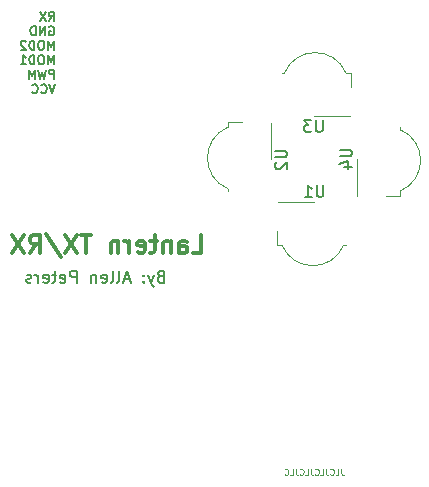
<source format=gbr>
%TF.GenerationSoftware,KiCad,Pcbnew,(6.0.1)*%
%TF.CreationDate,2022-07-03T20:59:54-07:00*%
%TF.ProjectId,EmitterDriverV2,456d6974-7465-4724-9472-697665725632,rev?*%
%TF.SameCoordinates,Original*%
%TF.FileFunction,Legend,Bot*%
%TF.FilePolarity,Positive*%
%FSLAX46Y46*%
G04 Gerber Fmt 4.6, Leading zero omitted, Abs format (unit mm)*
G04 Created by KiCad (PCBNEW (6.0.1)) date 2022-07-03 20:59:54*
%MOMM*%
%LPD*%
G01*
G04 APERTURE LIST*
%ADD10C,0.200000*%
%ADD11C,0.300000*%
%ADD12C,0.100000*%
%ADD13C,0.127000*%
%ADD14C,0.150000*%
%ADD15C,0.120000*%
G04 APERTURE END LIST*
D10*
X127000000Y-79928571D02*
X126857142Y-79976190D01*
X126809523Y-80023809D01*
X126761904Y-80119047D01*
X126761904Y-80261904D01*
X126809523Y-80357142D01*
X126857142Y-80404761D01*
X126952380Y-80452380D01*
X127333333Y-80452380D01*
X127333333Y-79452380D01*
X127000000Y-79452380D01*
X126904761Y-79500000D01*
X126857142Y-79547619D01*
X126809523Y-79642857D01*
X126809523Y-79738095D01*
X126857142Y-79833333D01*
X126904761Y-79880952D01*
X127000000Y-79928571D01*
X127333333Y-79928571D01*
X126428571Y-79785714D02*
X126190476Y-80452380D01*
X125952380Y-79785714D02*
X126190476Y-80452380D01*
X126285714Y-80690476D01*
X126333333Y-80738095D01*
X126428571Y-80785714D01*
X125571428Y-80357142D02*
X125523809Y-80404761D01*
X125571428Y-80452380D01*
X125619047Y-80404761D01*
X125571428Y-80357142D01*
X125571428Y-80452380D01*
X125571428Y-79833333D02*
X125523809Y-79880952D01*
X125571428Y-79928571D01*
X125619047Y-79880952D01*
X125571428Y-79833333D01*
X125571428Y-79928571D01*
X124380952Y-80166666D02*
X123904761Y-80166666D01*
X124476190Y-80452380D02*
X124142857Y-79452380D01*
X123809523Y-80452380D01*
X123333333Y-80452380D02*
X123428571Y-80404761D01*
X123476190Y-80309523D01*
X123476190Y-79452380D01*
X122809523Y-80452380D02*
X122904761Y-80404761D01*
X122952380Y-80309523D01*
X122952380Y-79452380D01*
X122047619Y-80404761D02*
X122142857Y-80452380D01*
X122333333Y-80452380D01*
X122428571Y-80404761D01*
X122476190Y-80309523D01*
X122476190Y-79928571D01*
X122428571Y-79833333D01*
X122333333Y-79785714D01*
X122142857Y-79785714D01*
X122047619Y-79833333D01*
X122000000Y-79928571D01*
X122000000Y-80023809D01*
X122476190Y-80119047D01*
X121571428Y-79785714D02*
X121571428Y-80452380D01*
X121571428Y-79880952D02*
X121523809Y-79833333D01*
X121428571Y-79785714D01*
X121285714Y-79785714D01*
X121190476Y-79833333D01*
X121142857Y-79928571D01*
X121142857Y-80452380D01*
X119904761Y-80452380D02*
X119904761Y-79452380D01*
X119523809Y-79452380D01*
X119428571Y-79500000D01*
X119380952Y-79547619D01*
X119333333Y-79642857D01*
X119333333Y-79785714D01*
X119380952Y-79880952D01*
X119428571Y-79928571D01*
X119523809Y-79976190D01*
X119904761Y-79976190D01*
X118523809Y-80404761D02*
X118619047Y-80452380D01*
X118809523Y-80452380D01*
X118904761Y-80404761D01*
X118952380Y-80309523D01*
X118952380Y-79928571D01*
X118904761Y-79833333D01*
X118809523Y-79785714D01*
X118619047Y-79785714D01*
X118523809Y-79833333D01*
X118476190Y-79928571D01*
X118476190Y-80023809D01*
X118952380Y-80119047D01*
X118190476Y-79785714D02*
X117809523Y-79785714D01*
X118047619Y-79452380D02*
X118047619Y-80309523D01*
X118000000Y-80404761D01*
X117904761Y-80452380D01*
X117809523Y-80452380D01*
X117095238Y-80404761D02*
X117190476Y-80452380D01*
X117380952Y-80452380D01*
X117476190Y-80404761D01*
X117523809Y-80309523D01*
X117523809Y-79928571D01*
X117476190Y-79833333D01*
X117380952Y-79785714D01*
X117190476Y-79785714D01*
X117095238Y-79833333D01*
X117047619Y-79928571D01*
X117047619Y-80023809D01*
X117523809Y-80119047D01*
X116619047Y-80452380D02*
X116619047Y-79785714D01*
X116619047Y-79976190D02*
X116571428Y-79880952D01*
X116523809Y-79833333D01*
X116428571Y-79785714D01*
X116333333Y-79785714D01*
X116047619Y-80404761D02*
X115952380Y-80452380D01*
X115761904Y-80452380D01*
X115666666Y-80404761D01*
X115619047Y-80309523D01*
X115619047Y-80261904D01*
X115666666Y-80166666D01*
X115761904Y-80119047D01*
X115904761Y-80119047D01*
X116000000Y-80071428D01*
X116047619Y-79976190D01*
X116047619Y-79928571D01*
X116000000Y-79833333D01*
X115904761Y-79785714D01*
X115761904Y-79785714D01*
X115666666Y-79833333D01*
D11*
X129714285Y-77928571D02*
X130428571Y-77928571D01*
X130428571Y-76428571D01*
X128571428Y-77928571D02*
X128571428Y-77142857D01*
X128642857Y-77000000D01*
X128785714Y-76928571D01*
X129071428Y-76928571D01*
X129214285Y-77000000D01*
X128571428Y-77857142D02*
X128714285Y-77928571D01*
X129071428Y-77928571D01*
X129214285Y-77857142D01*
X129285714Y-77714285D01*
X129285714Y-77571428D01*
X129214285Y-77428571D01*
X129071428Y-77357142D01*
X128714285Y-77357142D01*
X128571428Y-77285714D01*
X127857142Y-76928571D02*
X127857142Y-77928571D01*
X127857142Y-77071428D02*
X127785714Y-77000000D01*
X127642857Y-76928571D01*
X127428571Y-76928571D01*
X127285714Y-77000000D01*
X127214285Y-77142857D01*
X127214285Y-77928571D01*
X126714285Y-76928571D02*
X126142857Y-76928571D01*
X126500000Y-76428571D02*
X126500000Y-77714285D01*
X126428571Y-77857142D01*
X126285714Y-77928571D01*
X126142857Y-77928571D01*
X125071428Y-77857142D02*
X125214285Y-77928571D01*
X125500000Y-77928571D01*
X125642857Y-77857142D01*
X125714285Y-77714285D01*
X125714285Y-77142857D01*
X125642857Y-77000000D01*
X125500000Y-76928571D01*
X125214285Y-76928571D01*
X125071428Y-77000000D01*
X125000000Y-77142857D01*
X125000000Y-77285714D01*
X125714285Y-77428571D01*
X124357142Y-77928571D02*
X124357142Y-76928571D01*
X124357142Y-77214285D02*
X124285714Y-77071428D01*
X124214285Y-77000000D01*
X124071428Y-76928571D01*
X123928571Y-76928571D01*
X123428571Y-76928571D02*
X123428571Y-77928571D01*
X123428571Y-77071428D02*
X123357142Y-77000000D01*
X123214285Y-76928571D01*
X123000000Y-76928571D01*
X122857142Y-77000000D01*
X122785714Y-77142857D01*
X122785714Y-77928571D01*
X121142857Y-76428571D02*
X120285714Y-76428571D01*
X120714285Y-77928571D02*
X120714285Y-76428571D01*
X119928571Y-76428571D02*
X118928571Y-77928571D01*
X118928571Y-76428571D02*
X119928571Y-77928571D01*
X117285714Y-76357142D02*
X118571428Y-78285714D01*
X115928571Y-77928571D02*
X116428571Y-77214285D01*
X116785714Y-77928571D02*
X116785714Y-76428571D01*
X116214285Y-76428571D01*
X116071428Y-76500000D01*
X116000000Y-76571428D01*
X115928571Y-76714285D01*
X115928571Y-76928571D01*
X116000000Y-77071428D01*
X116071428Y-77142857D01*
X116214285Y-77214285D01*
X116785714Y-77214285D01*
X115428571Y-76428571D02*
X114428571Y-77928571D01*
X114428571Y-76428571D02*
X115428571Y-77928571D01*
D12*
X142309523Y-96226190D02*
X142309523Y-96583333D01*
X142333333Y-96654761D01*
X142380952Y-96702380D01*
X142452380Y-96726190D01*
X142500000Y-96726190D01*
X141833333Y-96726190D02*
X142071428Y-96726190D01*
X142071428Y-96226190D01*
X141380952Y-96678571D02*
X141404761Y-96702380D01*
X141476190Y-96726190D01*
X141523809Y-96726190D01*
X141595238Y-96702380D01*
X141642857Y-96654761D01*
X141666666Y-96607142D01*
X141690476Y-96511904D01*
X141690476Y-96440476D01*
X141666666Y-96345238D01*
X141642857Y-96297619D01*
X141595238Y-96250000D01*
X141523809Y-96226190D01*
X141476190Y-96226190D01*
X141404761Y-96250000D01*
X141380952Y-96273809D01*
X141023809Y-96226190D02*
X141023809Y-96583333D01*
X141047619Y-96654761D01*
X141095238Y-96702380D01*
X141166666Y-96726190D01*
X141214285Y-96726190D01*
X140547619Y-96726190D02*
X140785714Y-96726190D01*
X140785714Y-96226190D01*
X140095238Y-96678571D02*
X140119047Y-96702380D01*
X140190476Y-96726190D01*
X140238095Y-96726190D01*
X140309523Y-96702380D01*
X140357142Y-96654761D01*
X140380952Y-96607142D01*
X140404761Y-96511904D01*
X140404761Y-96440476D01*
X140380952Y-96345238D01*
X140357142Y-96297619D01*
X140309523Y-96250000D01*
X140238095Y-96226190D01*
X140190476Y-96226190D01*
X140119047Y-96250000D01*
X140095238Y-96273809D01*
X139738095Y-96226190D02*
X139738095Y-96583333D01*
X139761904Y-96654761D01*
X139809523Y-96702380D01*
X139880952Y-96726190D01*
X139928571Y-96726190D01*
X139261904Y-96726190D02*
X139500000Y-96726190D01*
X139500000Y-96226190D01*
X138809523Y-96678571D02*
X138833333Y-96702380D01*
X138904761Y-96726190D01*
X138952380Y-96726190D01*
X139023809Y-96702380D01*
X139071428Y-96654761D01*
X139095238Y-96607142D01*
X139119047Y-96511904D01*
X139119047Y-96440476D01*
X139095238Y-96345238D01*
X139071428Y-96297619D01*
X139023809Y-96250000D01*
X138952380Y-96226190D01*
X138904761Y-96226190D01*
X138833333Y-96250000D01*
X138809523Y-96273809D01*
X138452380Y-96226190D02*
X138452380Y-96583333D01*
X138476190Y-96654761D01*
X138523809Y-96702380D01*
X138595238Y-96726190D01*
X138642857Y-96726190D01*
X137976190Y-96726190D02*
X138214285Y-96726190D01*
X138214285Y-96226190D01*
X137523809Y-96678571D02*
X137547619Y-96702380D01*
X137619047Y-96726190D01*
X137666666Y-96726190D01*
X137738095Y-96702380D01*
X137785714Y-96654761D01*
X137809523Y-96607142D01*
X137833333Y-96511904D01*
X137833333Y-96440476D01*
X137809523Y-96345238D01*
X137785714Y-96297619D01*
X137738095Y-96250000D01*
X137666666Y-96226190D01*
X137619047Y-96226190D01*
X137547619Y-96250000D01*
X137523809Y-96273809D01*
D13*
X117550592Y-58277664D02*
X117804592Y-57914807D01*
X117986021Y-58277664D02*
X117986021Y-57515664D01*
X117695735Y-57515664D01*
X117623164Y-57551950D01*
X117586878Y-57588235D01*
X117550592Y-57660807D01*
X117550592Y-57769664D01*
X117586878Y-57842235D01*
X117623164Y-57878521D01*
X117695735Y-57914807D01*
X117986021Y-57914807D01*
X117296592Y-57515664D02*
X116788592Y-58277664D01*
X116788592Y-57515664D02*
X117296592Y-58277664D01*
X117586878Y-58778770D02*
X117659450Y-58742484D01*
X117768307Y-58742484D01*
X117877164Y-58778770D01*
X117949735Y-58851341D01*
X117986021Y-58923912D01*
X118022307Y-59069055D01*
X118022307Y-59177912D01*
X117986021Y-59323055D01*
X117949735Y-59395627D01*
X117877164Y-59468198D01*
X117768307Y-59504484D01*
X117695735Y-59504484D01*
X117586878Y-59468198D01*
X117550592Y-59431912D01*
X117550592Y-59177912D01*
X117695735Y-59177912D01*
X117224021Y-59504484D02*
X117224021Y-58742484D01*
X116788592Y-59504484D01*
X116788592Y-58742484D01*
X116425735Y-59504484D02*
X116425735Y-58742484D01*
X116244307Y-58742484D01*
X116135450Y-58778770D01*
X116062878Y-58851341D01*
X116026592Y-58923912D01*
X115990307Y-59069055D01*
X115990307Y-59177912D01*
X116026592Y-59323055D01*
X116062878Y-59395627D01*
X116135450Y-59468198D01*
X116244307Y-59504484D01*
X116425735Y-59504484D01*
X117986021Y-60731304D02*
X117986021Y-59969304D01*
X117732021Y-60513590D01*
X117478021Y-59969304D01*
X117478021Y-60731304D01*
X116970021Y-59969304D02*
X116824878Y-59969304D01*
X116752307Y-60005590D01*
X116679735Y-60078161D01*
X116643450Y-60223304D01*
X116643450Y-60477304D01*
X116679735Y-60622447D01*
X116752307Y-60695018D01*
X116824878Y-60731304D01*
X116970021Y-60731304D01*
X117042592Y-60695018D01*
X117115164Y-60622447D01*
X117151450Y-60477304D01*
X117151450Y-60223304D01*
X117115164Y-60078161D01*
X117042592Y-60005590D01*
X116970021Y-59969304D01*
X116316878Y-60731304D02*
X116316878Y-59969304D01*
X116135450Y-59969304D01*
X116026592Y-60005590D01*
X115954021Y-60078161D01*
X115917735Y-60150732D01*
X115881450Y-60295875D01*
X115881450Y-60404732D01*
X115917735Y-60549875D01*
X115954021Y-60622447D01*
X116026592Y-60695018D01*
X116135450Y-60731304D01*
X116316878Y-60731304D01*
X115591164Y-60041875D02*
X115554878Y-60005590D01*
X115482307Y-59969304D01*
X115300878Y-59969304D01*
X115228307Y-60005590D01*
X115192021Y-60041875D01*
X115155735Y-60114447D01*
X115155735Y-60187018D01*
X115192021Y-60295875D01*
X115627450Y-60731304D01*
X115155735Y-60731304D01*
X117986021Y-61958124D02*
X117986021Y-61196124D01*
X117732021Y-61740410D01*
X117478021Y-61196124D01*
X117478021Y-61958124D01*
X116970021Y-61196124D02*
X116824878Y-61196124D01*
X116752307Y-61232410D01*
X116679735Y-61304981D01*
X116643450Y-61450124D01*
X116643450Y-61704124D01*
X116679735Y-61849267D01*
X116752307Y-61921838D01*
X116824878Y-61958124D01*
X116970021Y-61958124D01*
X117042592Y-61921838D01*
X117115164Y-61849267D01*
X117151450Y-61704124D01*
X117151450Y-61450124D01*
X117115164Y-61304981D01*
X117042592Y-61232410D01*
X116970021Y-61196124D01*
X116316878Y-61958124D02*
X116316878Y-61196124D01*
X116135450Y-61196124D01*
X116026592Y-61232410D01*
X115954021Y-61304981D01*
X115917735Y-61377552D01*
X115881450Y-61522695D01*
X115881450Y-61631552D01*
X115917735Y-61776695D01*
X115954021Y-61849267D01*
X116026592Y-61921838D01*
X116135450Y-61958124D01*
X116316878Y-61958124D01*
X115155735Y-61958124D02*
X115591164Y-61958124D01*
X115373450Y-61958124D02*
X115373450Y-61196124D01*
X115446021Y-61304981D01*
X115518592Y-61377552D01*
X115591164Y-61413838D01*
X117986021Y-63184944D02*
X117986021Y-62422944D01*
X117695735Y-62422944D01*
X117623164Y-62459230D01*
X117586878Y-62495515D01*
X117550592Y-62568087D01*
X117550592Y-62676944D01*
X117586878Y-62749515D01*
X117623164Y-62785801D01*
X117695735Y-62822087D01*
X117986021Y-62822087D01*
X117296592Y-62422944D02*
X117115164Y-63184944D01*
X116970021Y-62640658D01*
X116824878Y-63184944D01*
X116643450Y-62422944D01*
X116353164Y-63184944D02*
X116353164Y-62422944D01*
X116099164Y-62967230D01*
X115845164Y-62422944D01*
X115845164Y-63184944D01*
X118094878Y-63649764D02*
X117840878Y-64411764D01*
X117586878Y-63649764D01*
X116897450Y-64339192D02*
X116933735Y-64375478D01*
X117042592Y-64411764D01*
X117115164Y-64411764D01*
X117224021Y-64375478D01*
X117296592Y-64302907D01*
X117332878Y-64230335D01*
X117369164Y-64085192D01*
X117369164Y-63976335D01*
X117332878Y-63831192D01*
X117296592Y-63758621D01*
X117224021Y-63686050D01*
X117115164Y-63649764D01*
X117042592Y-63649764D01*
X116933735Y-63686050D01*
X116897450Y-63722335D01*
X116135450Y-64339192D02*
X116171735Y-64375478D01*
X116280592Y-64411764D01*
X116353164Y-64411764D01*
X116462021Y-64375478D01*
X116534592Y-64302907D01*
X116570878Y-64230335D01*
X116607164Y-64085192D01*
X116607164Y-63976335D01*
X116570878Y-63831192D01*
X116534592Y-63758621D01*
X116462021Y-63686050D01*
X116353164Y-63649764D01*
X116280592Y-63649764D01*
X116171735Y-63686050D01*
X116135450Y-63722335D01*
D14*
%TO.C,U4*%
X142202380Y-69198095D02*
X143011904Y-69198095D01*
X143107142Y-69245714D01*
X143154761Y-69293333D01*
X143202380Y-69388571D01*
X143202380Y-69579047D01*
X143154761Y-69674285D01*
X143107142Y-69721904D01*
X143011904Y-69769523D01*
X142202380Y-69769523D01*
X142535714Y-70674285D02*
X143202380Y-70674285D01*
X142154761Y-70436190D02*
X142869047Y-70198095D01*
X142869047Y-70817142D01*
%TO.C,U3*%
X140721904Y-66702380D02*
X140721904Y-67511904D01*
X140674285Y-67607142D01*
X140626666Y-67654761D01*
X140531428Y-67702380D01*
X140340952Y-67702380D01*
X140245714Y-67654761D01*
X140198095Y-67607142D01*
X140150476Y-67511904D01*
X140150476Y-66702380D01*
X139769523Y-66702380D02*
X139150476Y-66702380D01*
X139483809Y-67083333D01*
X139340952Y-67083333D01*
X139245714Y-67130952D01*
X139198095Y-67178571D01*
X139150476Y-67273809D01*
X139150476Y-67511904D01*
X139198095Y-67607142D01*
X139245714Y-67654761D01*
X139340952Y-67702380D01*
X139626666Y-67702380D01*
X139721904Y-67654761D01*
X139769523Y-67607142D01*
%TO.C,U2*%
X136702380Y-69278095D02*
X137511904Y-69278095D01*
X137607142Y-69325714D01*
X137654761Y-69373333D01*
X137702380Y-69468571D01*
X137702380Y-69659047D01*
X137654761Y-69754285D01*
X137607142Y-69801904D01*
X137511904Y-69849523D01*
X136702380Y-69849523D01*
X136797619Y-70278095D02*
X136750000Y-70325714D01*
X136702380Y-70420952D01*
X136702380Y-70659047D01*
X136750000Y-70754285D01*
X136797619Y-70801904D01*
X136892857Y-70849523D01*
X136988095Y-70849523D01*
X137130952Y-70801904D01*
X137702380Y-70230476D01*
X137702380Y-70849523D01*
%TO.C,U1*%
X140801904Y-72202380D02*
X140801904Y-73011904D01*
X140754285Y-73107142D01*
X140706666Y-73154761D01*
X140611428Y-73202380D01*
X140420952Y-73202380D01*
X140325714Y-73154761D01*
X140278095Y-73107142D01*
X140230476Y-73011904D01*
X140230476Y-72202380D01*
X139230476Y-73202380D02*
X139801904Y-73202380D01*
X139516190Y-73202380D02*
X139516190Y-72202380D01*
X139611428Y-72345238D01*
X139706666Y-72440476D01*
X139801904Y-72488095D01*
D15*
%TO.C,U4*%
X147300000Y-73160000D02*
X146100000Y-73160000D01*
X143640000Y-73080000D02*
X143640000Y-70000000D01*
X147300000Y-73160000D02*
X147300000Y-72700000D01*
X147300000Y-67500000D02*
X147300000Y-67280000D01*
X147300000Y-72700000D02*
G75*
G03*
X147300000Y-67500000I-1100000J2600000D01*
G01*
%TO.C,U3*%
X143160000Y-62700000D02*
X143160000Y-63900000D01*
X143080000Y-66360000D02*
X140000000Y-66360000D01*
X143160000Y-62700000D02*
X142700000Y-62700000D01*
X137500000Y-62700000D02*
X137280000Y-62700000D01*
X142700000Y-62700000D02*
G75*
G03*
X137500000Y-62700000I-2600000J-1100000D01*
G01*
%TO.C,U2*%
X132700000Y-67300000D02*
G75*
G03*
X132700000Y-72500000I1100000J-2600000D01*
G01*
X132700000Y-72500000D02*
X132700000Y-72720000D01*
X132700000Y-66840000D02*
X132700000Y-67300000D01*
X136360000Y-66920000D02*
X136360000Y-70000000D01*
X132700000Y-66840000D02*
X133900000Y-66840000D01*
%TO.C,U1*%
X136840000Y-77300000D02*
X136840000Y-76100000D01*
X136920000Y-73640000D02*
X140000000Y-73640000D01*
X136840000Y-77300000D02*
X137300000Y-77300000D01*
X142500000Y-77300000D02*
X142720000Y-77300000D01*
X137300000Y-77300000D02*
G75*
G03*
X142500000Y-77300000I2600000J1100000D01*
G01*
%TD*%
M02*

</source>
